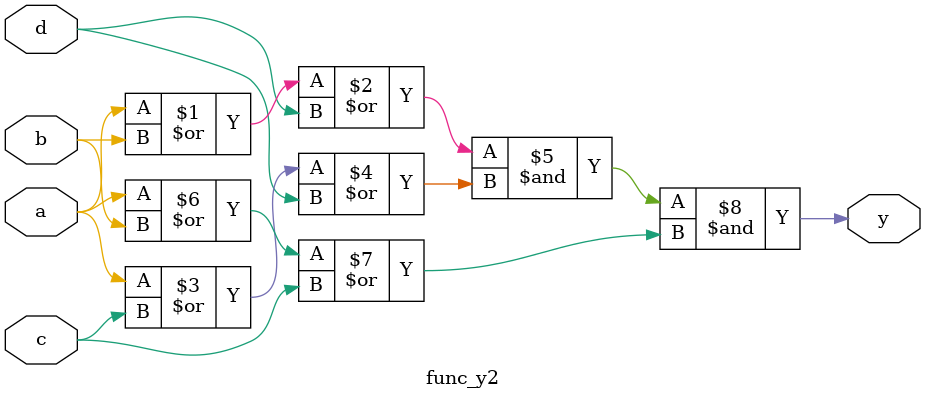
<source format=v>
`timescale 1ns / 1ps


module func_y2(
    input a,
    input b,
    input c,
    input d,
    output y
    );
    
    assign y = (a|b|d) & (a|c|d) & (a|b|c);
    
endmodule

</source>
